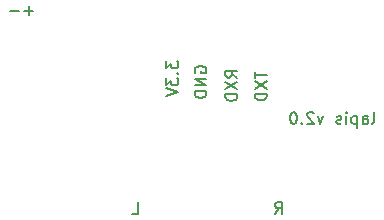
<source format=gbo>
G04 #@! TF.GenerationSoftware,KiCad,Pcbnew,(5.1.7)-1*
G04 #@! TF.CreationDate,2021-07-04T06:33:09+09:00*
G04 #@! TF.ProjectId,lapis,6c617069-732e-46b6-9963-61645f706362,rev?*
G04 #@! TF.SameCoordinates,Original*
G04 #@! TF.FileFunction,Legend,Bot*
G04 #@! TF.FilePolarity,Positive*
%FSLAX46Y46*%
G04 Gerber Fmt 4.6, Leading zero omitted, Abs format (unit mm)*
G04 Created by KiCad (PCBNEW (5.1.7)-1) date 2021-07-04 06:33:09*
%MOMM*%
%LPD*%
G01*
G04 APERTURE LIST*
%ADD10C,0.150000*%
%ADD11C,1.000000*%
%ADD12C,1.500000*%
%ADD13O,1.700000X1.700000*%
%ADD14R,1.700000X1.700000*%
%ADD15O,0.900000X1.400000*%
G04 APERTURE END LIST*
D10*
X128580952Y-113071428D02*
X127819047Y-113071428D01*
X129780952Y-113071428D02*
X129019047Y-113071428D01*
X129400000Y-113452380D02*
X129400000Y-112690476D01*
X148552380Y-118238095D02*
X148552380Y-118809523D01*
X149552380Y-118523809D02*
X148552380Y-118523809D01*
X148552380Y-119047619D02*
X149552380Y-119714285D01*
X148552380Y-119714285D02*
X149552380Y-119047619D01*
X149552380Y-120095238D02*
X148552380Y-120095238D01*
X148552380Y-120333333D01*
X148600000Y-120476190D01*
X148695238Y-120571428D01*
X148790476Y-120619047D01*
X148980952Y-120666666D01*
X149123809Y-120666666D01*
X149314285Y-120619047D01*
X149409523Y-120571428D01*
X149504761Y-120476190D01*
X149552380Y-120333333D01*
X149552380Y-120095238D01*
X147052380Y-118733333D02*
X146576190Y-118400000D01*
X147052380Y-118161904D02*
X146052380Y-118161904D01*
X146052380Y-118542857D01*
X146100000Y-118638095D01*
X146147619Y-118685714D01*
X146242857Y-118733333D01*
X146385714Y-118733333D01*
X146480952Y-118685714D01*
X146528571Y-118638095D01*
X146576190Y-118542857D01*
X146576190Y-118161904D01*
X146052380Y-119066666D02*
X147052380Y-119733333D01*
X146052380Y-119733333D02*
X147052380Y-119066666D01*
X147052380Y-120114285D02*
X146052380Y-120114285D01*
X146052380Y-120352380D01*
X146100000Y-120495238D01*
X146195238Y-120590476D01*
X146290476Y-120638095D01*
X146480952Y-120685714D01*
X146623809Y-120685714D01*
X146814285Y-120638095D01*
X146909523Y-120590476D01*
X147004761Y-120495238D01*
X147052380Y-120352380D01*
X147052380Y-120114285D01*
X143500000Y-118338095D02*
X143452380Y-118242857D01*
X143452380Y-118100000D01*
X143500000Y-117957142D01*
X143595238Y-117861904D01*
X143690476Y-117814285D01*
X143880952Y-117766666D01*
X144023809Y-117766666D01*
X144214285Y-117814285D01*
X144309523Y-117861904D01*
X144404761Y-117957142D01*
X144452380Y-118100000D01*
X144452380Y-118195238D01*
X144404761Y-118338095D01*
X144357142Y-118385714D01*
X144023809Y-118385714D01*
X144023809Y-118195238D01*
X144452380Y-118814285D02*
X143452380Y-118814285D01*
X144452380Y-119385714D01*
X143452380Y-119385714D01*
X144452380Y-119861904D02*
X143452380Y-119861904D01*
X143452380Y-120100000D01*
X143500000Y-120242857D01*
X143595238Y-120338095D01*
X143690476Y-120385714D01*
X143880952Y-120433333D01*
X144023809Y-120433333D01*
X144214285Y-120385714D01*
X144309523Y-120338095D01*
X144404761Y-120242857D01*
X144452380Y-120100000D01*
X144452380Y-119861904D01*
X141052380Y-117323809D02*
X141052380Y-117942857D01*
X141433333Y-117609523D01*
X141433333Y-117752380D01*
X141480952Y-117847619D01*
X141528571Y-117895238D01*
X141623809Y-117942857D01*
X141861904Y-117942857D01*
X141957142Y-117895238D01*
X142004761Y-117847619D01*
X142052380Y-117752380D01*
X142052380Y-117466666D01*
X142004761Y-117371428D01*
X141957142Y-117323809D01*
X141957142Y-118371428D02*
X142004761Y-118419047D01*
X142052380Y-118371428D01*
X142004761Y-118323809D01*
X141957142Y-118371428D01*
X142052380Y-118371428D01*
X141052380Y-118752380D02*
X141052380Y-119371428D01*
X141433333Y-119038095D01*
X141433333Y-119180952D01*
X141480952Y-119276190D01*
X141528571Y-119323809D01*
X141623809Y-119371428D01*
X141861904Y-119371428D01*
X141957142Y-119323809D01*
X142004761Y-119276190D01*
X142052380Y-119180952D01*
X142052380Y-118895238D01*
X142004761Y-118800000D01*
X141957142Y-118752380D01*
X141052380Y-119657142D02*
X142052380Y-119990476D01*
X141052380Y-120323809D01*
X158480952Y-122652380D02*
X158576190Y-122604761D01*
X158623809Y-122509523D01*
X158623809Y-121652380D01*
X157671428Y-122652380D02*
X157671428Y-122128571D01*
X157719047Y-122033333D01*
X157814285Y-121985714D01*
X158004761Y-121985714D01*
X158100000Y-122033333D01*
X157671428Y-122604761D02*
X157766666Y-122652380D01*
X158004761Y-122652380D01*
X158100000Y-122604761D01*
X158147619Y-122509523D01*
X158147619Y-122414285D01*
X158100000Y-122319047D01*
X158004761Y-122271428D01*
X157766666Y-122271428D01*
X157671428Y-122223809D01*
X157195238Y-121985714D02*
X157195238Y-122985714D01*
X157195238Y-122033333D02*
X157100000Y-121985714D01*
X156909523Y-121985714D01*
X156814285Y-122033333D01*
X156766666Y-122080952D01*
X156719047Y-122176190D01*
X156719047Y-122461904D01*
X156766666Y-122557142D01*
X156814285Y-122604761D01*
X156909523Y-122652380D01*
X157100000Y-122652380D01*
X157195238Y-122604761D01*
X156290476Y-122652380D02*
X156290476Y-121985714D01*
X156290476Y-121652380D02*
X156338095Y-121700000D01*
X156290476Y-121747619D01*
X156242857Y-121700000D01*
X156290476Y-121652380D01*
X156290476Y-121747619D01*
X155861904Y-122604761D02*
X155766666Y-122652380D01*
X155576190Y-122652380D01*
X155480952Y-122604761D01*
X155433333Y-122509523D01*
X155433333Y-122461904D01*
X155480952Y-122366666D01*
X155576190Y-122319047D01*
X155719047Y-122319047D01*
X155814285Y-122271428D01*
X155861904Y-122176190D01*
X155861904Y-122128571D01*
X155814285Y-122033333D01*
X155719047Y-121985714D01*
X155576190Y-121985714D01*
X155480952Y-122033333D01*
X154338095Y-121985714D02*
X154100000Y-122652380D01*
X153861904Y-121985714D01*
X153528571Y-121747619D02*
X153480952Y-121700000D01*
X153385714Y-121652380D01*
X153147619Y-121652380D01*
X153052380Y-121700000D01*
X153004761Y-121747619D01*
X152957142Y-121842857D01*
X152957142Y-121938095D01*
X153004761Y-122080952D01*
X153576190Y-122652380D01*
X152957142Y-122652380D01*
X152528571Y-122557142D02*
X152480952Y-122604761D01*
X152528571Y-122652380D01*
X152576190Y-122604761D01*
X152528571Y-122557142D01*
X152528571Y-122652380D01*
X151861904Y-121652380D02*
X151766666Y-121652380D01*
X151671428Y-121700000D01*
X151623809Y-121747619D01*
X151576190Y-121842857D01*
X151528571Y-122033333D01*
X151528571Y-122271428D01*
X151576190Y-122461904D01*
X151623809Y-122557142D01*
X151671428Y-122604761D01*
X151766666Y-122652380D01*
X151861904Y-122652380D01*
X151957142Y-122604761D01*
X152004761Y-122557142D01*
X152052380Y-122461904D01*
X152100000Y-122271428D01*
X152100000Y-122033333D01*
X152052380Y-121842857D01*
X152004761Y-121747619D01*
X151957142Y-121700000D01*
X151861904Y-121652380D01*
X150250476Y-130272380D02*
X150583809Y-129796190D01*
X150821904Y-130272380D02*
X150821904Y-129272380D01*
X150440952Y-129272380D01*
X150345714Y-129320000D01*
X150298095Y-129367619D01*
X150250476Y-129462857D01*
X150250476Y-129605714D01*
X150298095Y-129700952D01*
X150345714Y-129748571D01*
X150440952Y-129796190D01*
X150821904Y-129796190D01*
X138145476Y-130242380D02*
X138621666Y-130242380D01*
X138621666Y-129242380D01*
%LPC*%
D11*
X148500000Y-106000000D03*
X150500000Y-106000000D03*
X142000000Y-106000000D03*
X140000000Y-106000000D03*
G36*
G01*
X151200000Y-136415000D02*
X151200000Y-136965000D01*
G75*
G02*
X150975000Y-137190000I-225000J0D01*
G01*
X150525000Y-137190000D01*
G75*
G02*
X150300000Y-136965000I0J225000D01*
G01*
X150300000Y-136415000D01*
G75*
G02*
X150525000Y-136190000I225000J0D01*
G01*
X150975000Y-136190000D01*
G75*
G02*
X151200000Y-136415000I0J-225000D01*
G01*
G37*
G36*
G01*
X153200000Y-136415000D02*
X153200000Y-136965000D01*
G75*
G02*
X152975000Y-137190000I-225000J0D01*
G01*
X152525000Y-137190000D01*
G75*
G02*
X152300000Y-136965000I0J225000D01*
G01*
X152300000Y-136415000D01*
G75*
G02*
X152525000Y-136190000I225000J0D01*
G01*
X152975000Y-136190000D01*
G75*
G02*
X153200000Y-136415000I0J-225000D01*
G01*
G37*
G36*
G01*
X155200000Y-136415000D02*
X155200000Y-136965000D01*
G75*
G02*
X154975000Y-137190000I-225000J0D01*
G01*
X154525000Y-137190000D01*
G75*
G02*
X154300000Y-136965000I0J225000D01*
G01*
X154300000Y-136415000D01*
G75*
G02*
X154525000Y-136190000I225000J0D01*
G01*
X154975000Y-136190000D01*
G75*
G02*
X155200000Y-136415000I0J-225000D01*
G01*
G37*
G36*
G01*
X139145000Y-136415000D02*
X139145000Y-136965000D01*
G75*
G02*
X138920000Y-137190000I-225000J0D01*
G01*
X138470000Y-137190000D01*
G75*
G02*
X138245000Y-136965000I0J225000D01*
G01*
X138245000Y-136415000D01*
G75*
G02*
X138470000Y-136190000I225000J0D01*
G01*
X138920000Y-136190000D01*
G75*
G02*
X139145000Y-136415000I0J-225000D01*
G01*
G37*
G36*
G01*
X141145000Y-136415000D02*
X141145000Y-136965000D01*
G75*
G02*
X140920000Y-137190000I-225000J0D01*
G01*
X140470000Y-137190000D01*
G75*
G02*
X140245000Y-136965000I0J225000D01*
G01*
X140245000Y-136415000D01*
G75*
G02*
X140470000Y-136190000I225000J0D01*
G01*
X140920000Y-136190000D01*
G75*
G02*
X141145000Y-136415000I0J-225000D01*
G01*
G37*
G36*
G01*
X143145000Y-136415000D02*
X143145000Y-136965000D01*
G75*
G02*
X142920000Y-137190000I-225000J0D01*
G01*
X142470000Y-137190000D01*
G75*
G02*
X142245000Y-136965000I0J225000D01*
G01*
X142245000Y-136415000D01*
G75*
G02*
X142470000Y-136190000I225000J0D01*
G01*
X142920000Y-136190000D01*
G75*
G02*
X143145000Y-136415000I0J-225000D01*
G01*
G37*
G36*
G01*
X140760000Y-132710000D02*
X140760000Y-132510000D01*
G75*
G02*
X140860000Y-132410000I100000J0D01*
G01*
X141295000Y-132410000D01*
G75*
G02*
X141395000Y-132510000I0J-100000D01*
G01*
X141395000Y-132710000D01*
G75*
G02*
X141295000Y-132810000I-100000J0D01*
G01*
X140860000Y-132810000D01*
G75*
G02*
X140760000Y-132710000I0J100000D01*
G01*
G37*
G36*
G01*
X139945000Y-132710000D02*
X139945000Y-132510000D01*
G75*
G02*
X140045000Y-132410000I100000J0D01*
G01*
X140480000Y-132410000D01*
G75*
G02*
X140580000Y-132510000I0J-100000D01*
G01*
X140580000Y-132710000D01*
G75*
G02*
X140480000Y-132810000I-100000J0D01*
G01*
X140045000Y-132810000D01*
G75*
G02*
X139945000Y-132710000I0J100000D01*
G01*
G37*
G36*
G01*
X152800000Y-132730000D02*
X152800000Y-132530000D01*
G75*
G02*
X152900000Y-132430000I100000J0D01*
G01*
X153335000Y-132430000D01*
G75*
G02*
X153435000Y-132530000I0J-100000D01*
G01*
X153435000Y-132730000D01*
G75*
G02*
X153335000Y-132830000I-100000J0D01*
G01*
X152900000Y-132830000D01*
G75*
G02*
X152800000Y-132730000I0J100000D01*
G01*
G37*
G36*
G01*
X151985000Y-132730000D02*
X151985000Y-132530000D01*
G75*
G02*
X152085000Y-132430000I100000J0D01*
G01*
X152520000Y-132430000D01*
G75*
G02*
X152620000Y-132530000I0J-100000D01*
G01*
X152620000Y-132730000D01*
G75*
G02*
X152520000Y-132830000I-100000J0D01*
G01*
X152085000Y-132830000D01*
G75*
G02*
X151985000Y-132730000I0J100000D01*
G01*
G37*
D12*
X160261547Y-94911355D03*
G36*
G01*
X163562631Y-94651403D02*
X163536456Y-95400946D01*
G75*
G02*
X163148597Y-95762631I-374772J13087D01*
G01*
X162399054Y-95736456D01*
G75*
G02*
X162037369Y-95348597I13087J374772D01*
G01*
X162063544Y-94599054D01*
G75*
G02*
X162451403Y-94237369I374772J-13087D01*
G01*
X163200946Y-94263544D01*
G75*
G02*
X163562631Y-94651403I-13087J-374772D01*
G01*
G37*
G36*
G01*
X149999760Y-89162020D02*
X149350240Y-89537020D01*
G75*
G02*
X148837980Y-89399760I-187500J324760D01*
G01*
X148462980Y-88750240D01*
G75*
G02*
X148600240Y-88237980I324760J187500D01*
G01*
X149249760Y-87862980D01*
G75*
G02*
X149762020Y-88000240I187500J-324760D01*
G01*
X150137020Y-88649760D01*
G75*
G02*
X149999760Y-89162020I-324760J-187500D01*
G01*
G37*
X148030000Y-86500295D03*
X141230000Y-88699705D03*
G36*
G01*
X142550240Y-85662980D02*
X143199760Y-86037980D01*
G75*
G02*
X143337020Y-86550240I-187500J-324760D01*
G01*
X142962020Y-87199760D01*
G75*
G02*
X142449760Y-87337020I-324760J187500D01*
G01*
X141800240Y-86962020D01*
G75*
G02*
X141662980Y-86449760I187500J324760D01*
G01*
X142037980Y-85800240D01*
G75*
G02*
X142550240Y-85662980I324760J-187500D01*
G01*
G37*
X127761547Y-94988645D03*
G36*
G01*
X131036456Y-94499054D02*
X131062631Y-95248597D01*
G75*
G02*
X130700946Y-95636456I-374772J-13087D01*
G01*
X129951403Y-95662631D01*
G75*
G02*
X129563544Y-95300946I-13087J374772D01*
G01*
X129537369Y-94551403D01*
G75*
G02*
X129899054Y-94163544I374772J13087D01*
G01*
X130648597Y-94137369D01*
G75*
G02*
X131036456Y-94499054I13087J-374772D01*
G01*
G37*
G36*
G01*
X130936456Y-92599054D02*
X130962631Y-93348597D01*
G75*
G02*
X130600946Y-93736456I-374772J-13087D01*
G01*
X129851403Y-93762631D01*
G75*
G02*
X129463544Y-93400946I-13087J374772D01*
G01*
X129437369Y-92651403D01*
G75*
G02*
X129799054Y-92263544I374772J13087D01*
G01*
X130548597Y-92237369D01*
G75*
G02*
X130936456Y-92599054I13087J-374772D01*
G01*
G37*
X127661547Y-93088645D03*
G36*
G01*
X151599760Y-88162020D02*
X150950240Y-88537020D01*
G75*
G02*
X150437980Y-88399760I-187500J324760D01*
G01*
X150062980Y-87750240D01*
G75*
G02*
X150200240Y-87237980I324760J187500D01*
G01*
X150849760Y-86862980D01*
G75*
G02*
X151362020Y-87000240I187500J-324760D01*
G01*
X151737020Y-87649760D01*
G75*
G02*
X151599760Y-88162020I-324760J-187500D01*
G01*
G37*
X149630000Y-85500295D03*
X139630000Y-87699705D03*
G36*
G01*
X140950240Y-84662980D02*
X141599760Y-85037980D01*
G75*
G02*
X141737020Y-85550240I-187500J-324760D01*
G01*
X141362020Y-86199760D01*
G75*
G02*
X140849760Y-86337020I-324760J187500D01*
G01*
X140200240Y-85962020D01*
G75*
G02*
X140062980Y-85449760I187500J324760D01*
G01*
X140437980Y-84800240D01*
G75*
G02*
X140950240Y-84662980I324760J-187500D01*
G01*
G37*
X160361547Y-93011355D03*
G36*
G01*
X163662631Y-92751403D02*
X163636456Y-93500946D01*
G75*
G02*
X163248597Y-93862631I-374772J13087D01*
G01*
X162499054Y-93836456D01*
G75*
G02*
X162137369Y-93448597I13087J374772D01*
G01*
X162163544Y-92699054D01*
G75*
G02*
X162551403Y-92337369I374772J-13087D01*
G01*
X163300946Y-92363544D01*
G75*
G02*
X163662631Y-92751403I-13087J-374772D01*
G01*
G37*
D13*
X148920000Y-122000000D03*
X146380000Y-122000000D03*
X143840000Y-122000000D03*
D14*
X141300000Y-122000000D03*
D15*
X128175000Y-114675000D03*
G36*
G01*
X129875000Y-114200000D02*
X129875000Y-115150000D01*
G75*
G02*
X129650000Y-115375000I-225000J0D01*
G01*
X129200000Y-115375000D01*
G75*
G02*
X128975000Y-115150000I0J225000D01*
G01*
X128975000Y-114200000D01*
G75*
G02*
X129200000Y-113975000I225000J0D01*
G01*
X129650000Y-113975000D01*
G75*
G02*
X129875000Y-114200000I0J-225000D01*
G01*
G37*
M02*

</source>
